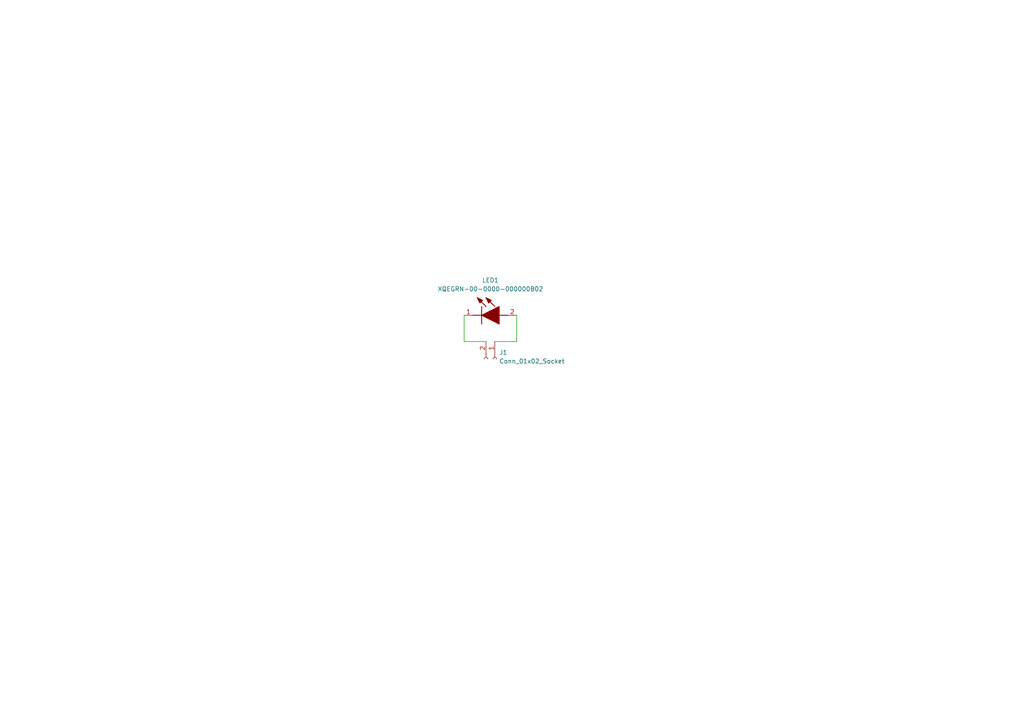
<source format=kicad_sch>
(kicad_sch (version 20231120) (generator "eeschema") (generator_version "8.0")
  (paper "A4")
  (lib_symbols
    (symbol "6_wave_stimulator:XQEGRN-00-0000-000000B02" (pin_names hide)
      (property "Reference" "LED" (at 12.7 8.89 0))
      (property "Value" "XQEGRN-00-0000-000000B02" (at 12.7 6.35 0))
      (symbol "XQEGRN-00-0000-000000B02_1_1"
        (polyline (pts (xy 2.54 0) (xy 5.08 0)) (stroke (width 0.254)))
        (polyline (pts (xy 5.08 2.54) (xy 5.08 -2.54)) (stroke (width 0.254)))
        (polyline (pts (xy 6.35 2.54) (xy 3.81 5.08)) (stroke (width 0.254)))
        (polyline (pts (xy 8.89 2.54) (xy 6.35 5.08)) (stroke (width 0.254)))
        (polyline (pts (xy 10.16 0) (xy 12.7 0)) (stroke (width 0.254)))
        (polyline (pts (xy 5.08 0) (xy 10.16 2.54) (xy 10.16 -2.54) (xy 5.08 0)) (stroke (width 0.254)) (fill (type outline)))
        (polyline (pts (xy 5.334 4.318) (xy 4.572 3.556) (xy 3.81 5.08) (xy 5.334 4.318)) (stroke (width 0.254)) (fill (type outline)))
        (polyline (pts (xy 7.874 4.318) (xy 7.112 3.556) (xy 6.35 5.08) (xy 7.874 4.318)) (stroke (width 0.254)) (fill (type outline)))
        (pin passive line (at 0 0 0) (length 2.54) (name "K") (number "1"))
        (pin passive line (at 15.24 0 180) (length 2.54) (name "A") (number "2"))
      )
    )
    (symbol "Connector:Conn_01x02_Socket" (pin_names (offset 1.016) hide)
      (property "Reference" "J" (at 0 2.54 0))
      (property "Value" "Conn_01x02_Socket" (at 0 -5.08 0))
      (symbol "Conn_01x02_Socket_1_1"
        (arc (start 0 -2.032) (mid -0.5058 -2.54) (end 0 -3.048) (stroke (width 0.1524)))
        (polyline (pts (xy -1.27 -2.54) (xy -0.508 -2.54)) (stroke (width 0.1524)))
        (polyline (pts (xy -1.27 0) (xy -0.508 0)) (stroke (width 0.1524)))
        (arc (start 0 0.508) (mid -0.5058 0) (end 0 -0.508) (stroke (width 0.1524)))
        (pin passive line (at -5.08 0 0) (length 3.81) (name "Pin_1") (number "1"))
        (pin passive line (at -5.08 -2.54 0) (length 3.81) (name "Pin_2") (number "2"))
      )
    )
  )
  (wire (pts (xy 149.86 99.06) (xy 149.86 91.44)))
  (wire (pts (xy 134.62 99.06) (xy 134.62 91.44)))
  (wire (pts (xy 140.97 99.06) (xy 134.62 99.06)))
  (wire (pts (xy 143.51 99.06) (xy 149.86 99.06)))
  (symbol (lib_id "Connector:Conn_01x02_Socket") (at 143.51 104.14 270) (unit 1)
    (property "Reference" "J1" (at 144.78 102.2349 90) (effects (justify left)))
    (property "Value" "Conn_01x02_Socket" (at 144.78 104.7749 90) (effects (justify left)))
    (property "Footprint" "Connector_JST:JST_XH_B2B-XH-A_1x02_P2.50mm_Vertical" (effects (hide yes)))
    (property "Description" "Generic connector, single row, 01x02, script generated" (effects (hide yes)))
  )
  (symbol (lib_id "6_wave_stimulator:XQEGRN-00-0000-000000B02") (at 134.62 91.44 0) (unit 1)
    (property "Reference" "LED1" (at 142.24 81.28 0))
    (property "Value" "XQEGRN-00-0000-000000B02" (at 142.24 83.82 0))
    (property "Footprint" "6_wave_stimulator:XQEGRN000000000000B02" (effects (hide yes)))
    (property "Datasheet" "https://componentsearchengine.com/Datasheets/1/XQEGRN-00-0000-000000B02.pdf" (effects (hide yes)))
    (property "Description" "High Power LEDs - Single Color GREEN, 93.9LM" (effects (hide yes)))
    (property "Mouser Part Number" "941-XQEGRN0000B02" (effects (hide yes)))
    (property "Mouser Price/Stock" "https://www.mouser.co.uk/ProductDetail/Cree-Inc/XQEGRN-00-0000-000000B02?qs=TZi4OKKi7fXsyXt9lfCMHw%3D%3D" (effects (hide yes)))
    (property "Manufacturer_Name" "CREE LED" (effects (hide yes)))
    (property "Manufacturer_Part_Number" "XQEGRN-00-0000-000000B02" (effects (hide yes)))
  )
)
</source>
